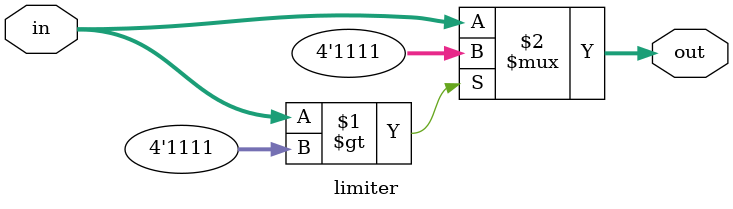
<source format=v>
module limiter (
    input [3:0] in,
    output [3:0] out
);
    assign out = (in > 4'b1111) ? 4'b1111 : in;
endmodule
</source>
